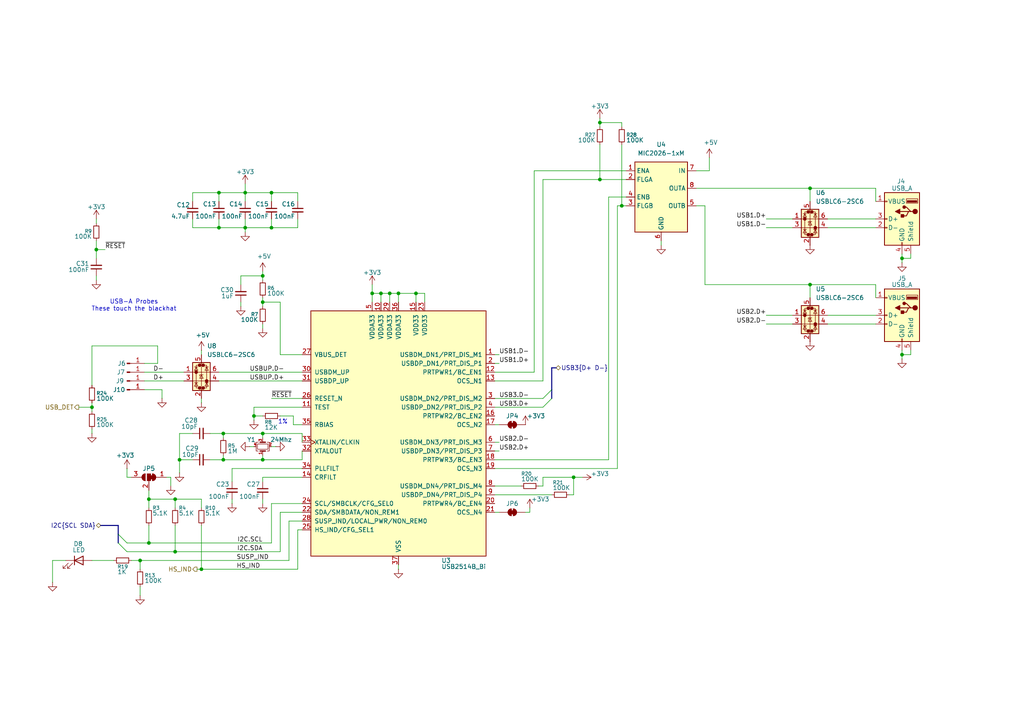
<source format=kicad_sch>
(kicad_sch (version 20250114) (generator "eeschema") (generator_version "9.0")
  (paper "A4")
  (title_block (title "Blackpants") (date "2025-09-18") (rev "R0.1") (company "Rootkit Labs"))
  (lib_symbols
    (symbol "Connector:Conn_01x01_Pin" (pin_names (offset 1.016) (hide yes))
      (property "Reference" "J" (at 0 2.54 0))
      (property "Value" "Conn_01x01_Pin" (at 0 -2.54 0))
      (symbol "Conn_01x01_Pin_1_1"
        (rectangle (start 0.8636 0.127) (end 0 -0.127) (stroke (width 0.1524)) (fill (type outline)))
        (polyline (pts (xy 1.27 0) (xy 0.8636 0)) (stroke (width 0.1524)))
        (pin passive line (at 5.08 0 180) (length 3.81) (name "Pin_1") (number "1"))
      )
    )
    (symbol "Connector:USB_A" (pin_names (offset 1.016))
      (property "Reference" "J" (at -5.08 11.43 0))
      (property "Value" "USB_A" (at -5.08 8.89 0))
      (symbol "USB_A_0_1"
        (rectangle (start -5.08 -7.62) (end 5.08 7.62) (stroke (width 0.254)) (fill (type background)))
        (circle (center -3.81 2.159) (radius 0.635) (stroke (width 0.254)) (fill (type outline)))
        (polyline (pts (xy -3.175 2.159) (xy -2.54 2.159) (xy -1.27 3.429) (xy -0.635 3.429)) (stroke (width 0.254)))
        (polyline (pts (xy -2.54 2.159) (xy -1.905 2.159) (xy -1.27 0.889) (xy 0 0.889)) (stroke (width 0.254)))
        (rectangle (start -1.524 4.826) (end -4.318 5.334) (fill (type outline)))
        (rectangle (start -1.27 4.572) (end -4.572 5.842))
        (circle (center -0.635 3.429) (radius 0.381) (stroke (width 0.254)) (fill (type outline)))
        (rectangle (start -0.127 -7.62) (end 0.127 -6.858))
        (rectangle (start 0.254 1.27) (end -0.508 0.508) (stroke (width 0.254)) (fill (type outline)))
        (polyline (pts (xy 0.635 2.794) (xy 0.635 1.524) (xy 1.905 2.159) (xy 0.635 2.794)) (stroke (width 0.254)) (fill (type outline)))
        (rectangle (start 5.08 4.953) (end 4.318 5.207))
        (rectangle (start 5.08 -0.127) (end 4.318 0.127))
        (rectangle (start 5.08 -2.667) (end 4.318 -2.413))
      )
      (symbol "USB_A_1_1"
        (polyline (pts (xy -1.905 2.159) (xy 0.635 2.159)) (stroke (width 0.254)))
        (pin passive line (at -2.54 -10.16 90) (length 2.54) (name "Shield") (number "5"))
        (pin power_in line (at 0 -10.16 90) (length 2.54) (name "GND") (number "4"))
        (pin power_in line (at 7.62 5.08 180) (length 2.54) (name "VBUS") (number "1"))
        (pin bidirectional line (at 7.62 0 180) (length 2.54) (name "D+") (number "3"))
        (pin bidirectional line (at 7.62 -2.54 180) (length 2.54) (name "D-") (number "2"))
      )
    )
    (symbol "Device:C_Small" (pin_numbers (hide yes)) (pin_names (offset 0.254) (hide yes))
      (property "Reference" "C" (at 0.254 1.778 0))
      (property "Value" "C_Small" (at 0.254 -2.032 0))
      (symbol "C_Small_0_1"
        (polyline (pts (xy -1.524 0.508) (xy 1.524 0.508)) (stroke (width 0.3048)))
        (polyline (pts (xy -1.524 -0.508) (xy 1.524 -0.508)) (stroke (width 0.3302)))
      )
      (symbol "C_Small_1_1"
        (pin passive line (at 0 2.54 270) (length 2.032) (name "~") (number "1"))
        (pin passive line (at 0 -2.54 90) (length 2.032) (name "~") (number "2"))
      )
    )
    (symbol "Device:Crystal_GND24_Small" (pin_names (offset 1.016) (hide yes))
      (property "Reference" "Y" (at 1.27 4.445 0))
      (property "Value" "Crystal_GND24_Small" (at 1.27 2.54 0))
      (symbol "Crystal_GND24_Small_0_1"
        (polyline (pts (xy -1.27 1.27) (xy -1.27 1.905) (xy 1.27 1.905) (xy 1.27 1.27)))
        (polyline (pts (xy -1.27 -0.762) (xy -1.27 0.762)) (stroke (width 0.381)))
        (polyline (pts (xy -1.27 -1.27) (xy -1.27 -1.905) (xy 1.27 -1.905) (xy 1.27 -1.27)))
        (rectangle (start -0.762 -1.524) (end 0.762 1.524))
        (polyline (pts (xy 1.27 -0.762) (xy 1.27 0.762)) (stroke (width 0.381)))
      )
      (symbol "Crystal_GND24_Small_1_1"
        (pin passive line (at -2.54 0 0) (length 1.27) (name "1") (number "1"))
        (pin passive line (at 0 2.54 270) (length 0.635) (name "4") (number "4"))
        (pin passive line (at 0 -2.54 90) (length 0.635) (name "2") (number "2"))
        (pin passive line (at 2.54 0 180) (length 1.27) (name "3") (number "3"))
      )
    )
    (symbol "Device:LED" (pin_numbers (hide yes)) (pin_names (offset 1.016) (hide yes))
      (property "Reference" "D" (at 0 2.54 0))
      (property "Value" "LED" (at 0 -2.54 0))
      (symbol "LED_0_1"
        (polyline (pts (xy -3.048 -0.762) (xy -4.572 -2.286) (xy -3.81 -2.286) (xy -4.572 -2.286) (xy -4.572 -1.524)))
        (polyline (pts (xy -1.778 -0.762) (xy -3.302 -2.286) (xy -2.54 -2.286) (xy -3.302 -2.286) (xy -3.302 -1.524)))
        (polyline (pts (xy -1.27 0) (xy 1.27 0)))
        (polyline (pts (xy -1.27 -1.27) (xy -1.27 1.27)) (stroke (width 0.254)))
        (polyline (pts (xy 1.27 -1.27) (xy 1.27 1.27) (xy -1.27 0) (xy 1.27 -1.27)) (stroke (width 0.254)))
      )
      (symbol "LED_1_1"
        (pin passive line (at -3.81 0 0) (length 2.54) (name "K") (number "1"))
        (pin passive line (at 3.81 0 180) (length 2.54) (name "A") (number "2"))
      )
    )
    (symbol "Device:R_Small" (pin_numbers (hide yes)) (pin_names (offset 0.254) (hide yes))
      (property "Reference" "R" (at 0 0 90))
      (property "Value" "R_Small" (at 1.778 0 90))
      (symbol "R_Small_0_1"
        (rectangle (start -0.762 1.778) (end 0.762 -1.778) (stroke (width 0.2032)))
      )
      (symbol "R_Small_1_1"
        (pin passive line (at 0 2.54 270) (length 0.762) (name "~") (number "1"))
        (pin passive line (at 0 -2.54 90) (length 0.762) (name "~") (number "2"))
      )
    )
    (symbol "Interface_USB:USB2514B_Bi" (pin_names (offset 1.016))
      (property "Reference" "U" (at -17.78 40.64 0))
      (property "Value" "USB2514B_Bi" (at -20.32 38.1 0))
      (symbol "USB2514B_Bi_0_1"
        (rectangle (start -25.4 35.56) (end 25.4 -35.56) (stroke (width 0.254)) (fill (type background)))
      )
      (symbol "USB2514B_Bi_1_1"
        (pin input line (at -27.94 22.86 0) (length 2.54) (name "VBUS_DET") (number "27"))
        (pin bidirectional line (at -27.94 17.78 0) (length 2.54) (name "USBDM_UP") (number "30"))
        (pin bidirectional line (at -27.94 15.24 0) (length 2.54) (name "USBDP_UP") (number "31"))
        (pin input line (at -27.94 10.16 0) (length 2.54) (name "RESET_N") (number "26"))
        (pin input line (at -27.94 7.62 0) (length 2.54) (name "TEST") (number "11"))
        (pin input line (at -27.94 2.54 0) (length 2.54) (name "RBIAS") (number "35"))
        (pin input clock (at -27.94 -2.54 0) (length 2.54) (name "XTALIN/CLKIN") (number "33"))
        (pin output line (at -27.94 -5.08 0) (length 2.54) (name "XTALOUT") (number "32"))
        (pin input line (at -27.94 -10.16 0) (length 2.54) (name "PLLFILT") (number "34"))
        (pin input line (at -27.94 -12.7 0) (length 2.54) (name "CRFILT") (number "14"))
        (pin bidirectional line (at -27.94 -20.32 0) (length 2.54) (name "SCL/SMBCLK/CFG_SEL0") (number "24"))
        (pin bidirectional line (at -27.94 -22.86 0) (length 2.54) (name "SDA/SMBDATA/NON_REM1") (number "22"))
        (pin bidirectional line (at -27.94 -25.4 0) (length 2.54) (name "SUSP_IND/LOCAL_PWR/NON_REM0") (number "28"))
        (pin bidirectional line (at -27.94 -27.94 0) (length 2.54) (name "HS_IND/CFG_SEL1") (number "25"))
        (pin power_in line (at -7.62 38.1 270) (length 2.54) (name "VDDA33") (number "5"))
        (pin power_in line (at -5.08 38.1 270) (length 2.54) (name "VDDA33") (number "10"))
        (pin power_in line (at -2.54 38.1 270) (length 2.54) (name "VDDA33") (number "29"))
        (pin power_in line (at 0 38.1 270) (length 2.54) (name "VDDA33") (number "36"))
        (pin power_in line (at 0 -38.1 90) (length 2.54) (name "VSS") (number "37"))
        (pin power_in line (at 5.08 38.1 270) (length 2.54) (name "VDD33") (number "15"))
        (pin power_in line (at 7.62 38.1 270) (length 2.54) (name "VDD33") (number "23"))
        (pin bidirectional line (at 27.94 22.86 180) (length 2.54) (name "USBDM_DN1/PRT_DIS_M1") (number "1"))
        (pin bidirectional line (at 27.94 20.32 180) (length 2.54) (name "USBDP_DN1/PRT_DIS_P1") (number "2"))
        (pin bidirectional line (at 27.94 17.78 180) (length 2.54) (name "PRTPWR1/BC_EN1") (number "12"))
        (pin input line (at 27.94 15.24 180) (length 2.54) (name "OCS_N1") (number "13"))
        (pin bidirectional line (at 27.94 10.16 180) (length 2.54) (name "USBDM_DN2/PRT_DIS_M2") (number "3"))
        (pin bidirectional line (at 27.94 7.62 180) (length 2.54) (name "USBDP_DN2/PRT_DIS_P2") (number "4"))
        (pin bidirectional line (at 27.94 5.08 180) (length 2.54) (name "PRTPWR2/BC_EN2") (number "16"))
        (pin input line (at 27.94 2.54 180) (length 2.54) (name "OCS_N2") (number "17"))
        (pin bidirectional line (at 27.94 -2.54 180) (length 2.54) (name "USBDM_DN3/PRT_DIS_M3") (number "6"))
        (pin bidirectional line (at 27.94 -5.08 180) (length 2.54) (name "USBDP_DN3/PRT_DIS_P3") (number "7"))
        (pin bidirectional line (at 27.94 -7.62 180) (length 2.54) (name "PRTPWR3/BC_EN3") (number "18"))
        (pin input line (at 27.94 -10.16 180) (length 2.54) (name "OCS_N3") (number "19"))
        (pin bidirectional line (at 27.94 -15.24 180) (length 2.54) (name "USBDM_DN4/PRT_DIS_M4") (number "8"))
        (pin bidirectional line (at 27.94 -17.78 180) (length 2.54) (name "USBDP_DN4/PRT_DIS_P4") (number "9"))
        (pin bidirectional line (at 27.94 -20.32 180) (length 2.54) (name "PRTPWR4/BC_EN4") (number "20"))
        (pin input line (at 27.94 -22.86 180) (length 2.54) (name "OCS_N4") (number "21"))
      )
    )
    (symbol "Jumper:SolderJumper_2_Bridged" (pin_numbers (hide yes)) (pin_names (offset 0) (hide yes)) (in_bom no)
      (property "Reference" "JP" (at 0 2.032 0))
      (property "Value" "SolderJumper_2_Bridged" (at 0 -2.54 0))
      (symbol "SolderJumper_2_Bridged_0_1"
        (rectangle (start -0.508 0.508) (end 0.508 -0.508) (fill (type outline)))
        (polyline (pts (xy -0.254 1.016) (xy -0.254 -1.016)))
        (arc (start -0.254 -1.016) (mid -1.2656 0) (end -0.254 1.016))
        (arc (start -0.254 -1.016) (mid -1.2656 0) (end -0.254 1.016) (fill (type outline)))
        (arc (start 0.254 1.016) (mid 1.2656 0) (end 0.254 -1.016))
        (arc (start 0.254 1.016) (mid 1.2656 0) (end 0.254 -1.016) (fill (type outline)))
        (polyline (pts (xy 0.254 1.016) (xy 0.254 -1.016)))
      )
      (symbol "SolderJumper_2_Bridged_1_1"
        (pin passive line (at -3.81 0 0) (length 2.54) (name "A") (number "1"))
        (pin passive line (at 3.81 0 180) (length 2.54) (name "B") (number "2"))
      )
    )
    (symbol "Jumper:SolderJumper_3_Bridged12" (pin_names (offset 0) (hide yes)) (in_bom no)
      (property "Reference" "JP" (at -2.54 -2.54 0))
      (property "Value" "SolderJumper_3_Bridged12" (at 0 2.794 0))
      (symbol "SolderJumper_3_Bridged12_0_1"
        (polyline (pts (xy -2.54 0) (xy -2.032 0)))
        (polyline (pts (xy -1.016 1.016) (xy -1.016 -1.016)))
        (rectangle (start -1.016 0.508) (end -0.508 -0.508) (fill (type outline)))
        (arc (start -1.016 -1.016) (mid -2.0276 0) (end -1.016 1.016))
        (arc (start -1.016 -1.016) (mid -2.0276 0) (end -1.016 1.016) (fill (type outline)))
        (rectangle (start -0.508 1.016) (end 0.508 -1.016) (fill (type outline)))
        (polyline (pts (xy 0 -1.27) (xy 0 -1.016)))
        (arc (start 1.016 1.016) (mid 2.0276 0) (end 1.016 -1.016))
        (arc (start 1.016 1.016) (mid 2.0276 0) (end 1.016 -1.016) (fill (type outline)))
        (polyline (pts (xy 1.016 1.016) (xy 1.016 -1.016)))
        (polyline (pts (xy 2.54 0) (xy 2.032 0)))
      )
      (symbol "SolderJumper_3_Bridged12_1_1"
        (pin passive line (at -5.08 0 0) (length 2.54) (name "A") (number "1"))
        (pin passive line (at 0 -3.81 90) (length 2.54) (name "C") (number "2"))
        (pin passive line (at 5.08 0 180) (length 2.54) (name "B") (number "3"))
      )
    )
    (symbol "Power_Management:MIC2026-1xM"
      (property "Reference" "U" (at -7.62 11.43 0))
      (property "Value" "MIC2026-1xM" (at 12.7 11.43 0))
      (symbol "MIC2026-1xM_0_1"
        (rectangle (start -7.62 -10.16) (end 7.62 10.16) (stroke (width 0.254)) (fill (type background)))
      )
      (symbol "MIC2026-1xM_1_1"
        (pin input line (at -10.16 7.62 0) (length 2.54) (name "ENA") (number "1"))
        (pin output line (at -10.16 5.08 0) (length 2.54) (name "FLGA") (number "2"))
        (pin input line (at -10.16 0 0) (length 2.54) (name "ENB") (number "4"))
        (pin output line (at -10.16 -2.54 0) (length 2.54) (name "FLGB") (number "3"))
        (pin power_in line (at 0 -12.7 90) (length 2.54) (name "GND") (number "6"))
        (pin power_in line (at 10.16 7.62 180) (length 2.54) (name "IN") (number "7"))
        (pin power_out line (at 10.16 2.54 180) (length 2.54) (name "OUTA") (number "8"))
        (pin power_out line (at 10.16 -2.54 180) (length 2.54) (name "OUTB") (number "5"))
      )
    )
    (symbol "Power_Protection:USBLC6-2SC6" (pin_names (hide yes))
      (property "Reference" "U" (at 0.635 5.715 0))
      (property "Value" "USBLC6-2SC6" (at 0.635 3.81 0))
      (symbol "USBLC6-2SC6_0_0"
        (circle (center -1.524 0) (radius 0.0001) (stroke (width 0.508)))
        (circle (center -0.508 2.032) (radius 0.0001) (stroke (width 0.508)))
        (circle (center -0.508 -4.572) (radius 0.0001) (stroke (width 0.508)))
        (circle (center 0.508 2.032) (radius 0.0001) (stroke (width 0.508)))
        (circle (center 0.508 -4.572) (radius 0.0001) (stroke (width 0.508)))
        (circle (center 1.524 -2.54) (radius 0.0001) (stroke (width 0.508)))
      )
      (symbol "USBLC6-2SC6_0_1"
        (polyline (pts (xy -2.54 0) (xy 2.54 0)))
        (polyline (pts (xy -2.54 -2.54) (xy 2.54 -2.54)))
        (polyline (pts (xy -2.032 0.508) (xy -1.016 0.508) (xy -1.524 1.524) (xy -2.032 0.508)))
        (polyline (pts (xy -2.032 -3.048) (xy -1.016 -3.048)))
        (polyline (pts (xy -1.016 1.524) (xy -2.032 1.524)))
        (polyline (pts (xy -1.016 -4.064) (xy -2.032 -4.064) (xy -1.524 -3.048) (xy -1.016 -4.064)))
        (polyline (pts (xy -0.508 -1.143) (xy -0.508 -0.762) (xy 0.508 -0.762)))
        (polyline (pts (xy 0 2.54) (xy -0.508 2.032) (xy 0.508 2.032) (xy 0 1.524) (xy 0 -4.064) (xy -0.508 -4.572) (xy 0.508 -4.572) (xy 0 -5.08)))
        (polyline (pts (xy 0.508 -1.778) (xy -0.508 -1.778) (xy 0 -0.762) (xy 0.508 -1.778)))
        (polyline (pts (xy 1.016 1.524) (xy 2.032 1.524)))
        (polyline (pts (xy 1.016 -3.048) (xy 2.032 -3.048)))
        (polyline (pts (xy 2.032 0.508) (xy 1.016 0.508) (xy 1.524 1.524) (xy 2.032 0.508)))
        (polyline (pts (xy 2.032 -4.064) (xy 1.016 -4.064) (xy 1.524 -3.048) (xy 2.032 -4.064)))
      )
      (symbol "USBLC6-2SC6_1_1"
        (rectangle (start -2.54 2.794) (end 2.54 -5.334) (stroke (width 0.254)) (fill (type background)))
        (polyline (pts (xy -0.508 2.032) (xy -1.524 2.032) (xy -1.524 -4.572) (xy -0.508 -4.572)))
        (polyline (pts (xy 0.508 -4.572) (xy 1.524 -4.572) (xy 1.524 2.032) (xy 0.508 2.032)))
        (pin passive line (at -5.08 0 0) (length 2.54) (name "I/O1") (number "1"))
        (pin passive line (at -5.08 -2.54 0) (length 2.54) (name "I/O2") (number "3"))
        (pin passive line (at 0 5.08 270) (length 2.54) (name "VBUS") (number "5"))
        (pin passive line (at 0 -7.62 90) (length 2.54) (name "GND") (number "2"))
        (pin passive line (at 5.08 0 180) (length 2.54) (name "I/O1") (number "6"))
        (pin passive line (at 5.08 -2.54 180) (length 2.54) (name "I/O2") (number "4"))
      )
    )
    (symbol "power:+5V" (power) (pin_numbers (hide yes)) (pin_names (offset 0) (hide yes))
      (property "Value" "+5V" (at 0 3.556 0))
      (symbol "+5V_0_1"
        (polyline (pts (xy -0.762 1.27) (xy 0 2.54)))
        (polyline (pts (xy 0 2.54) (xy 0.762 1.27)))
        (polyline (pts (xy 0 0) (xy 0 2.54)))
      )
      (symbol "+5V_1_1"
        (pin power_in line (at 0 0 90) (length 0) (name "~") (number "1"))
      )
    )
    (symbol "power:GND" (power) (pin_numbers (hide yes)) (pin_names (offset 0) (hide yes))
      (property "Value" "GND" (at 0 -3.81 0))
      (symbol "GND_0_1"
        (polyline (pts (xy 0 0) (xy 0 -1.27) (xy 1.27 -1.27) (xy 0 -2.54) (xy -1.27 -1.27) (xy 0 -1.27)))
      )
      (symbol "GND_1_1"
        (pin power_in line (at 0 0 270) (length 0) (name "~") (number "1"))
      )
    )
  )
  (text "USB-A Probes\nThese touch the blackhat" (at 38.862 88.646 0) (effects (font (size 1.27 1.27))))
  (text "1%" (at 82.042 122.428 0) (effects (font (size 1.27 1.27))))
  (junction (at 73.66 120.65))
  (junction (at 234.95 82.55))
  (junction (at 52.07 133.35))
  (junction (at 107.95 85.09))
  (junction (at 63.5 66.04))
  (junction (at 40.64 162.56))
  (junction (at 76.2 80.01))
  (junction (at 64.77 125.73))
  (junction (at 261.62 102.87))
  (junction (at 43.18 157.48))
  (junction (at 166.37 138.43))
  (junction (at 173.99 52.07))
  (junction (at 115.57 85.09))
  (junction (at 78.74 66.04))
  (junction (at 76.2 87.63))
  (junction (at 113.03 85.09))
  (junction (at 26.67 118.11))
  (junction (at 76.2 125.73))
  (junction (at 71.12 55.88))
  (junction (at 120.65 85.09))
  (junction (at 261.62 74.93))
  (junction (at 173.99 35.56))
  (junction (at 234.95 54.61))
  (junction (at 71.12 66.04))
  (junction (at 110.49 85.09))
  (junction (at 50.8 144.78))
  (junction (at 58.42 165.1))
  (junction (at 180.34 59.69))
  (junction (at 64.77 133.35))
  (junction (at 78.74 55.88))
  (junction (at 43.18 144.78))
  (junction (at 27.94 72.39))
  (junction (at 50.8 160.02))
  (junction (at 63.5 55.88))
  (junction (at 76.2 133.35))
  (bus_entry (at 157.48 115.57) (size 2.54 -2.54))
  (bus_entry (at 36.83 157.48) (size -2.54 -2.54))
  (bus_entry (at 36.83 160.02) (size -2.54 -2.54))
  (bus_entry (at 157.48 118.11) (size 2.54 -2.54))
  (wire (pts (xy 52.07 125.73) (xy 52.07 133.35)))
  (wire (pts (xy 46.99 113.03) (xy 46.99 115.57)))
  (wire (pts (xy 63.5 63.5) (xy 63.5 66.04)))
  (wire (pts (xy 234.95 54.61) (xy 254 54.61)))
  (wire (pts (xy 165.1 143.51) (xy 166.37 143.51)))
  (wire (pts (xy 87.63 153.67) (xy 86.36 153.67)))
  (wire (pts (xy 71.12 66.04) (xy 71.12 67.31)))
  (wire (pts (xy 173.99 52.07) (xy 181.61 52.07)))
  (wire (pts (xy 76.2 87.63) (xy 76.2 88.9)))
  (wire (pts (xy 41.91 105.41) (xy 45.72 105.41)))
  (wire (pts (xy 179.07 59.69) (xy 180.34 59.69)))
  (wire (pts (xy 27.94 63.5) (xy 27.94 64.77)))
  (wire (pts (xy 87.63 125.73) (xy 87.63 128.27)))
  (wire (pts (xy 64.77 127) (xy 64.77 125.73)))
  (wire (pts (xy 254 86.36) (xy 254 82.55)))
  (wire (pts (xy 27.94 72.39) (xy 30.48 72.39)))
  (wire (pts (xy 64.77 133.35) (xy 76.2 133.35)))
  (wire (pts (xy 166.37 138.43) (xy 168.91 138.43)))
  (wire (pts (xy 176.53 57.15) (xy 181.61 57.15)))
  (wire (pts (xy 179.07 59.69) (xy 179.07 135.89)))
  (wire (pts (xy 76.2 127) (xy 76.2 125.73)))
  (wire (pts (xy 143.51 102.87) (xy 144.78 102.87)))
  (wire (pts (xy 240.03 93.98) (xy 254 93.98)))
  (wire (pts (xy 71.12 55.88) (xy 78.74 55.88)))
  (wire (pts (xy 234.95 54.61) (xy 234.95 58.42)))
  (wire (pts (xy 191.77 71.12) (xy 191.77 69.85)))
  (wire (pts (xy 58.42 116.84) (xy 58.42 115.57)))
  (wire (pts (xy 78.74 157.48) (xy 78.74 146.05)))
  (wire (pts (xy 234.95 82.55) (xy 234.95 86.36)))
  (wire (pts (xy 87.63 102.87) (xy 81.28 102.87)))
  (wire (pts (xy 157.48 110.49) (xy 157.48 52.07)))
  (bus (pts (xy 34.29 157.48) (xy 34.29 154.94)))
  (wire (pts (xy 264.16 74.93) (xy 264.16 73.66)))
  (wire (pts (xy 43.18 142.24) (xy 43.18 144.78)))
  (wire (pts (xy 166.37 138.43) (xy 166.37 143.51)))
  (wire (pts (xy 63.5 66.04) (xy 71.12 66.04)))
  (wire (pts (xy 55.88 125.73) (xy 52.07 125.73)))
  (wire (pts (xy 36.83 157.48) (xy 43.18 157.48)))
  (wire (pts (xy 63.5 110.49) (xy 87.63 110.49)))
  (wire (pts (xy 15.24 162.56) (xy 15.24 168.91)))
  (wire (pts (xy 41.91 113.03) (xy 46.99 113.03)))
  (wire (pts (xy 52.07 133.35) (xy 55.88 133.35)))
  (wire (pts (xy 261.62 76.2) (xy 261.62 74.93)))
  (wire (pts (xy 201.93 49.53) (xy 205.74 49.53)))
  (wire (pts (xy 38.1 162.56) (xy 40.64 162.56)))
  (wire (pts (xy 60.96 125.73) (xy 64.77 125.73)))
  (wire (pts (xy 76.2 78.74) (xy 76.2 80.01)))
  (wire (pts (xy 76.2 138.43) (xy 76.2 139.7)))
  (wire (pts (xy 157.48 138.43) (xy 157.48 140.97)))
  (wire (pts (xy 58.42 101.6) (xy 58.42 102.87)))
  (wire (pts (xy 173.99 35.56) (xy 173.99 36.83)))
  (wire (pts (xy 58.42 165.1) (xy 86.36 165.1)))
  (wire (pts (xy 41.91 110.49) (xy 53.34 110.49)))
  (wire (pts (xy 67.31 135.89) (xy 87.63 135.89)))
  (wire (pts (xy 76.2 133.35) (xy 76.2 132.08)))
  (wire (pts (xy 40.64 162.56) (xy 83.82 162.56)))
  (wire (pts (xy 115.57 85.09) (xy 120.65 85.09)))
  (bus (pts (xy 161.29 106.68) (xy 160.02 106.68)))
  (wire (pts (xy 78.74 146.05) (xy 87.63 146.05)))
  (wire (pts (xy 87.63 151.13) (xy 83.82 151.13)))
  (wire (pts (xy 26.67 125.73) (xy 26.67 124.46)))
  (wire (pts (xy 154.94 107.95) (xy 154.94 49.53)))
  (wire (pts (xy 78.74 66.04) (xy 78.74 63.5)))
  (wire (pts (xy 78.74 55.88) (xy 78.74 58.42)))
  (wire (pts (xy 143.51 107.95) (xy 154.94 107.95)))
  (wire (pts (xy 69.85 80.01) (xy 76.2 80.01)))
  (wire (pts (xy 73.66 129.54) (xy 72.39 129.54)))
  (wire (pts (xy 45.72 100.33) (xy 45.72 105.41)))
  (wire (pts (xy 43.18 144.78) (xy 43.18 147.32)))
  (bus (pts (xy 34.29 154.94) (xy 34.29 152.4)))
  (wire (pts (xy 143.51 130.81) (xy 144.78 130.81)))
  (wire (pts (xy 154.94 49.53) (xy 181.61 49.53)))
  (wire (pts (xy 240.03 91.44) (xy 254 91.44)))
  (wire (pts (xy 143.51 140.97) (xy 151.13 140.97)))
  (wire (pts (xy 57.15 165.1) (xy 58.42 165.1)))
  (wire (pts (xy 67.31 139.7) (xy 67.31 135.89)))
  (wire (pts (xy 43.18 152.4) (xy 43.18 157.48)))
  (wire (pts (xy 157.48 138.43) (xy 166.37 138.43)))
  (wire (pts (xy 81.28 87.63) (xy 81.28 102.87)))
  (wire (pts (xy 50.8 144.78) (xy 58.42 144.78)))
  (wire (pts (xy 76.2 138.43) (xy 87.63 138.43)))
  (wire (pts (xy 205.74 49.53) (xy 205.74 45.72)))
  (wire (pts (xy 76.2 86.36) (xy 76.2 87.63)))
  (wire (pts (xy 78.74 55.88) (xy 86.36 55.88)))
  (wire (pts (xy 201.93 54.61) (xy 234.95 54.61)))
  (wire (pts (xy 78.74 115.57) (xy 87.63 115.57)))
  (wire (pts (xy 27.94 69.85) (xy 27.94 72.39)))
  (wire (pts (xy 71.12 55.88) (xy 71.12 58.42)))
  (wire (pts (xy 50.8 152.4) (xy 50.8 160.02)))
  (wire (pts (xy 26.67 118.11) (xy 26.67 119.38)))
  (wire (pts (xy 71.12 53.34) (xy 71.12 55.88)))
  (wire (pts (xy 143.51 135.89) (xy 179.07 135.89)))
  (wire (pts (xy 222.25 91.44) (xy 229.87 91.44)))
  (wire (pts (xy 143.51 105.41) (xy 144.78 105.41)))
  (wire (pts (xy 76.2 87.63) (xy 81.28 87.63)))
  (wire (pts (xy 27.94 81.28) (xy 27.94 80.01)))
  (wire (pts (xy 173.99 34.29) (xy 173.99 35.56)))
  (wire (pts (xy 22.86 118.11) (xy 26.67 118.11)))
  (wire (pts (xy 73.66 121.92) (xy 73.66 120.65)))
  (wire (pts (xy 41.91 107.95) (xy 53.34 107.95)))
  (wire (pts (xy 222.25 63.5) (xy 229.87 63.5)))
  (wire (pts (xy 110.49 87.63) (xy 110.49 85.09)))
  (wire (pts (xy 36.83 160.02) (xy 50.8 160.02)))
  (wire (pts (xy 78.74 129.54) (xy 80.01 129.54)))
  (wire (pts (xy 26.67 100.33) (xy 45.72 100.33)))
  (wire (pts (xy 153.67 148.59) (xy 152.4 148.59)))
  (wire (pts (xy 76.2 120.65) (xy 73.66 120.65)))
  (wire (pts (xy 173.99 41.91) (xy 173.99 52.07)))
  (wire (pts (xy 63.5 55.88) (xy 71.12 55.88)))
  (wire (pts (xy 123.19 85.09) (xy 120.65 85.09)))
  (wire (pts (xy 40.64 172.72) (xy 40.64 170.18)))
  (wire (pts (xy 38.1 138.43) (xy 36.83 138.43)))
  (wire (pts (xy 43.18 157.48) (xy 78.74 157.48)))
  (wire (pts (xy 50.8 144.78) (xy 50.8 147.32)))
  (wire (pts (xy 63.5 66.04) (xy 55.88 66.04)))
  (wire (pts (xy 113.03 87.63) (xy 113.03 85.09)))
  (wire (pts (xy 123.19 87.63) (xy 123.19 85.09)))
  (wire (pts (xy 76.2 80.01) (xy 76.2 81.28)))
  (wire (pts (xy 63.5 107.95) (xy 87.63 107.95)))
  (wire (pts (xy 43.18 144.78) (xy 50.8 144.78)))
  (wire (pts (xy 83.82 151.13) (xy 83.82 162.56)))
  (wire (pts (xy 261.62 74.93) (xy 264.16 74.93)))
  (wire (pts (xy 71.12 66.04) (xy 78.74 66.04)))
  (wire (pts (xy 78.74 66.04) (xy 86.36 66.04)))
  (wire (pts (xy 26.67 100.33) (xy 26.67 111.76)))
  (wire (pts (xy 69.85 82.55) (xy 69.85 80.01)))
  (wire (pts (xy 143.51 143.51) (xy 160.02 143.51)))
  (wire (pts (xy 73.66 118.11) (xy 73.66 120.65)))
  (wire (pts (xy 107.95 82.55) (xy 107.95 85.09)))
  (wire (pts (xy 143.51 115.57) (xy 157.48 115.57)))
  (wire (pts (xy 120.65 87.63) (xy 120.65 85.09)))
  (wire (pts (xy 64.77 125.73) (xy 76.2 125.73)))
  (wire (pts (xy 76.2 146.05) (xy 76.2 144.78)))
  (wire (pts (xy 86.36 66.04) (xy 86.36 63.5)))
  (wire (pts (xy 222.25 93.98) (xy 229.87 93.98)))
  (wire (pts (xy 261.62 104.14) (xy 261.62 102.87)))
  (wire (pts (xy 156.21 140.97) (xy 157.48 140.97)))
  (wire (pts (xy 85.09 123.19) (xy 87.63 123.19)))
  (wire (pts (xy 107.95 85.09) (xy 107.95 87.63)))
  (wire (pts (xy 55.88 55.88) (xy 63.5 55.88)))
  (wire (pts (xy 81.28 148.59) (xy 87.63 148.59)))
  (wire (pts (xy 87.63 130.81) (xy 87.63 133.35)))
  (wire (pts (xy 201.93 59.69) (xy 204.47 59.69)))
  (wire (pts (xy 180.34 59.69) (xy 181.61 59.69)))
  (wire (pts (xy 143.51 118.11) (xy 157.48 118.11)))
  (wire (pts (xy 87.63 118.11) (xy 73.66 118.11)))
  (wire (pts (xy 153.67 147.32) (xy 153.67 148.59)))
  (wire (pts (xy 115.57 165.1) (xy 115.57 163.83)))
  (wire (pts (xy 264.16 102.87) (xy 264.16 101.6)))
  (wire (pts (xy 143.51 133.35) (xy 176.53 133.35)))
  (wire (pts (xy 110.49 85.09) (xy 107.95 85.09)))
  (wire (pts (xy 27.94 72.39) (xy 27.94 74.93)))
  (wire (pts (xy 254 58.42) (xy 254 54.61)))
  (wire (pts (xy 40.64 162.56) (xy 40.64 165.1)))
  (wire (pts (xy 240.03 63.5) (xy 254 63.5)))
  (wire (pts (xy 204.47 82.55) (xy 234.95 82.55)))
  (wire (pts (xy 180.34 35.56) (xy 173.99 35.56)))
  (wire (pts (xy 36.83 135.89) (xy 36.83 138.43)))
  (wire (pts (xy 49.53 138.43) (xy 49.53 140.97)))
  (wire (pts (xy 55.88 58.42) (xy 55.88 55.88)))
  (wire (pts (xy 26.67 162.56) (xy 33.02 162.56)))
  (wire (pts (xy 67.31 146.05) (xy 67.31 144.78)))
  (bus (pts (xy 160.02 106.68) (xy 160.02 113.03)))
  (bus (pts (xy 160.02 115.57) (xy 160.02 113.03)))
  (wire (pts (xy 58.42 152.4) (xy 58.42 165.1)))
  (wire (pts (xy 143.51 128.27) (xy 144.78 128.27)))
  (wire (pts (xy 113.03 85.09) (xy 110.49 85.09)))
  (wire (pts (xy 115.57 87.63) (xy 115.57 85.09)))
  (wire (pts (xy 261.62 74.93) (xy 261.62 73.66)))
  (wire (pts (xy 60.96 133.35) (xy 64.77 133.35)))
  (bus (pts (xy 29.21 152.4) (xy 34.29 152.4)))
  (wire (pts (xy 19.05 162.56) (xy 15.24 162.56)))
  (wire (pts (xy 63.5 55.88) (xy 63.5 58.42)))
  (wire (pts (xy 69.85 88.9) (xy 69.85 87.63)))
  (wire (pts (xy 261.62 102.87) (xy 261.62 101.6)))
  (wire (pts (xy 76.2 95.25) (xy 76.2 93.98)))
  (wire (pts (xy 157.48 52.07) (xy 173.99 52.07)))
  (wire (pts (xy 86.36 55.88) (xy 86.36 58.42)))
  (wire (pts (xy 86.36 153.67) (xy 86.36 165.1)))
  (wire (pts (xy 81.28 160.02) (xy 81.28 148.59)))
  (wire (pts (xy 71.12 63.5) (xy 71.12 66.04)))
  (wire (pts (xy 222.25 66.04) (xy 229.87 66.04)))
  (wire (pts (xy 144.78 123.19) (xy 143.51 123.19)))
  (wire (pts (xy 234.95 82.55) (xy 254 82.55)))
  (wire (pts (xy 143.51 110.49) (xy 157.48 110.49)))
  (wire (pts (xy 144.78 148.59) (xy 143.51 148.59)))
  (wire (pts (xy 85.09 120.65) (xy 85.09 123.19)))
  (wire (pts (xy 204.47 59.69) (xy 204.47 82.55)))
  (wire (pts (xy 87.63 133.35) (xy 76.2 133.35)))
  (wire (pts (xy 49.53 138.43) (xy 48.26 138.43)))
  (wire (pts (xy 176.53 57.15) (xy 176.53 133.35)))
  (wire (pts (xy 240.03 66.04) (xy 254 66.04)))
  (wire (pts (xy 261.62 102.87) (xy 264.16 102.87)))
  (wire (pts (xy 58.42 144.78) (xy 58.42 147.32)))
  (wire (pts (xy 180.34 36.83) (xy 180.34 35.56)))
  (wire (pts (xy 180.34 41.91) (xy 180.34 59.69)))
  (wire (pts (xy 115.57 85.09) (xy 113.03 85.09)))
  (wire (pts (xy 76.2 125.73) (xy 87.63 125.73)))
  (wire (pts (xy 26.67 116.84) (xy 26.67 118.11)))
  (wire (pts (xy 50.8 160.02) (xy 81.28 160.02)))
  (wire (pts (xy 55.88 66.04) (xy 55.88 63.5)))
  (wire (pts (xy 52.07 133.35) (xy 52.07 137.16)))
  (wire (pts (xy 81.28 120.65) (xy 85.09 120.65)))
  (wire (pts (xy 64.77 132.08) (xy 64.77 133.35)))
  (label "USBUP.D-" (at 72.39 107.95 0))
  (label "USB1.D-" (at 144.78 102.87 0))
  (label "USB1.D+" (at 144.78 105.41 0))
  (label "HS_IND" (at 68.58 165.1 0))
  (label "D-" (at 44.45 107.95 0))
  (label "USB2.D+" (at 222.25 91.44 180))
  (label "I2C.SDA" (at 76.2 160.02 180))
  (label "USB2.D-" (at 222.25 93.98 180))
  (label "USB3.D-" (at 144.78 115.57 0))
  (label "I2C.SCL" (at 76.2 157.48 180))
  (label "USB2.D-" (at 144.78 128.27 0))
  (label "SUSP_IND" (at 68.58 162.56 0))
  (label "USB1.D-" (at 222.25 66.04 180))
  (label "~{RESET}" (at 30.48 72.39 0))
  (label "USB2.D+" (at 144.78 130.81 0))
  (label "USB3.D+" (at 144.78 118.11 0))
  (label "D+" (at 44.45 110.49 0))
  (label "USBUP.D+" (at 72.39 110.49 0))
  (label "~{RESET}" (at 78.74 115.57 0))
  (label "USB1.D+" (at 222.25 63.5 180))
  (hierarchical_label "USB3{D+ D-}" (shape bidirectional) (at 161.29 106.68 0))
  (hierarchical_label "USB_DET" (shape output) (at 22.86 118.11 180))
  (hierarchical_label "I2C{SCL SDA}" (shape bidirectional) (at 29.21 152.4 180))
  (hierarchical_label "HS_IND" (shape output) (at 57.15 165.1 180))
  (symbol (lib_id "Device:R_Small") (at 26.67 121.92 0) (unit 1)
    (property "Reference" "R25" (at 27.94 121.666 0) (effects (font (size 1.016 1.016)) (justify left)))
    (property "Value" "100K" (at 27.94 123.19 0) (effects (justify left)))
    (property "Footprint" "Resistor_SMD:R_0402_1005Metric" (effects (hide yes)))
    (property "Description" "Resistor, small symbol" (effects (hide yes)))
    (property "MPN" "RC0402FR-13100KL" (effects (hide yes)))
  )
  (symbol (lib_id "Device:R_Small") (at 180.34 39.37 0) (unit 1)
    (property "Reference" "R28" (at 181.61 39.116 0) (effects (font (size 1.016 1.016)) (justify left)))
    (property "Value" "100K" (at 181.61 40.64 0) (effects (justify left)))
    (property "Footprint" "Resistor_SMD:R_0402_1005Metric" (effects (hide yes)))
    (property "Description" "Resistor, small symbol" (effects (hide yes)))
    (property "MPN" "RC0402FR-13100KL" (effects (hide yes)))
  )
  (symbol (lib_id "Device:R_Small") (at 40.64 167.64 0) (unit 1)
    (property "Reference" "R13" (at 41.91 166.878 0) (effects (font (size 1.016 1.016)) (justify left)))
    (property "Value" "100K" (at 41.91 168.402 0) (effects (justify left)))
    (property "Footprint" "Resistor_SMD:R_0402_1005Metric" (effects (hide yes)))
    (property "Description" "Resistor, small symbol" (effects (hide yes)))
    (property "MPN" "RC0402FR-13100KL" (effects (hide yes)))
  )
  (symbol (lib_id "power:GND") (at 40.64 172.72 0) (mirror y) (unit 1)
    (property "Reference" "#PWR060" (effects (hide yes)))
    (property "Value" "GND" (effects (hide yes)))
    (property "Description" "Power symbol creates a global label with name \"GND\" , ground" (effects (hide yes)))
  )
  (symbol (lib_id "power:+5V") (at 107.95 82.55 0) (unit 1)
    (property "Reference" "#PWR041" (effects (hide yes)))
    (property "Value" "+3V3" (at 107.95 79.0481 0))
  )
  (symbol (lib_id "power:GND") (at 76.2 95.25 0) (unit 1)
    (property "Reference" "#PWR046" (effects (hide yes)))
    (property "Value" "GND" (effects (hide yes)))
    (property "Description" "Power symbol creates a global label with name \"GND\" , ground" (effects (hide yes)))
  )
  (symbol (lib_id "Connector:Conn_01x01_Pin") (at 36.83 113.03 0) (mirror x) (unit 1)
    (property "Reference" "J10" (at 34.544 113.03 0))
    (property "Value" "Conn_01x01_Pin" (effects (hide yes)))
    (property "Footprint" "blackpants:1871059-1" (effects (hide yes)))
    (property "Description" "Generic connector, single row, 01x01, script generated" (effects (hide yes)))
    (property "MPN" "1871059-1" (effects (hide yes)))
  )
  (symbol (lib_id "power:GND") (at 15.24 168.91 0) (unit 1)
    (property "Reference" "#PWR059" (effects (hide yes)))
    (property "Value" "GND" (effects (hide yes)))
    (property "Description" "Power symbol creates a global label with name \"GND\" , ground" (effects (hide yes)))
  )
  (symbol (lib_id "power:GND") (at 71.12 67.31 0) (unit 1)
    (property "Reference" "#PWR040" (effects (hide yes)))
    (property "Value" "GND" (effects (hide yes)))
    (property "Description" "Power symbol creates a global label with name \"GND\" , ground" (effects (hide yes)))
  )
  (symbol (lib_id "power:GND") (at 49.53 140.97 0) (mirror y) (unit 1)
    (property "Reference" "#PWR061" (effects (hide yes)))
    (property "Value" "GND" (effects (hide yes)))
    (property "Description" "Power symbol creates a global label with name \"GND\" , ground" (effects (hide yes)))
  )
  (symbol (lib_id "power:GND") (at 234.95 71.12 0) (unit 1)
    (property "Reference" "#PWR028" (effects (hide yes)))
    (property "Value" "GND" (effects (hide yes)))
    (property "Description" "Power symbol creates a global label with name \"GND\" , ground" (effects (hide yes)))
  )
  (symbol (lib_id "Device:C_Small") (at 63.5 60.96 0) (mirror y) (unit 1)
    (property "Reference" "C13" (at 62.738 59.182 0) (effects (justify left)))
    (property "Value" "100nF" (at 62.738 62.738 0) (effects (justify left)))
    (property "Footprint" "Capacitor_SMD:C_0402_1005Metric" (effects (hide yes)))
    (property "Description" "Unpolarized capacitor, small symbol" (effects (hide yes)))
    (property "MPN" "CL05B104KB54PNC" (effects (hide yes)))
  )
  (symbol (lib_id "Device:C_Small") (at 58.42 125.73 90) (unit 1)
    (property "Reference" "C28" (at 57.404 121.92 90) (effects (justify left)))
    (property "Value" "10pF" (at 57.404 123.698 90) (effects (justify left)))
    (property "Footprint" "Capacitor_SMD:C_0402_1005Metric" (effects (hide yes)))
    (property "Description" "Unpolarized capacitor, small symbol" (effects (hide yes)))
    (property "MPN" "GRM1555C1H100FA01D" (effects (hide yes)))
  )
  (symbol (lib_id "Device:C_Small") (at 27.94 77.47 180) (unit 1)
    (property "Reference" "C31" (at 25.908 76.454 0) (effects (justify left)))
    (property "Value" "100nF" (at 25.908 78.232 0) (effects (justify left)))
    (property "Footprint" "Capacitor_SMD:C_0402_1005Metric" (effects (hide yes)))
    (property "Description" "Unpolarized capacitor, small symbol" (effects (hide yes)))
    (property "MPN" "CL05B104KB54PNC" (effects (hide yes)))
  )
  (symbol (lib_id "power:GND") (at 67.31 146.05 0) (unit 1)
    (property "Reference" "#PWR042" (effects (hide yes)))
    (property "Value" "GND" (effects (hide yes)))
    (property "Description" "Power symbol creates a global label with name \"GND\" , ground" (effects (hide yes)))
  )
  (symbol (lib_id "power:+5V") (at 71.12 53.34 0) (unit 1)
    (property "Reference" "#PWR039" (effects (hide yes)))
    (property "Value" "+3V3" (at 71.12 49.8381 0))
  )
  (symbol (lib_id "Jumper:SolderJumper_3_Bridged12") (at 43.18 138.43 0) (mirror y) (unit 1) (in_bom no)
    (property "Reference" "JP5" (at 43.18 135.89 0))
    (property "Value" "SolderJumper_3_Bridged12" (effects (hide yes)))
    (property "Footprint" "Jumper:SolderJumper-3_P1.3mm_Bridged2Bar12_RoundedPad1.0x1.5mm" (effects (hide yes)))
    (property "Description" "3-pole Solder Jumper, pins 1+2 closed/bridged" (effects (hide yes)))
  )
  (symbol (lib_id "Device:R_Small") (at 173.99 39.37 0) (mirror y) (unit 1)
    (property "Reference" "R27" (at 172.72 39.116 0) (effects (font (size 1.016 1.016)) (justify left)))
    (property "Value" "100K" (at 172.72 40.64 0) (effects (justify left)))
    (property "Footprint" "Resistor_SMD:R_0402_1005Metric" (effects (hide yes)))
    (property "Description" "Resistor, small symbol" (effects (hide yes)))
    (property "MPN" "RC0402FR-13100KL" (effects (hide yes)))
  )
  (symbol (lib_id "Device:C_Small") (at 58.42 133.35 90) (unit 1)
    (property "Reference" "C29" (at 57.658 130.048 90) (effects (justify left)))
    (property "Value" "10pF" (at 57.658 131.826 90) (effects (justify left)))
    (property "Footprint" "Capacitor_SMD:C_0402_1005Metric" (effects (hide yes)))
    (property "Description" "Unpolarized capacitor, small symbol" (effects (hide yes)))
    (property "MPN" "GRM1555C1H100FA01D" (effects (hide yes)))
  )
  (symbol (lib_id "Device:C_Small") (at 67.31 142.24 0) (mirror y) (unit 1)
    (property "Reference" "C23" (at 66.548 140.462 0) (effects (justify left)))
    (property "Value" "100nF" (at 66.548 144.018 0) (effects (justify left)))
    (property "Footprint" "Capacitor_SMD:C_0402_1005Metric" (effects (hide yes)))
    (property "Description" "Unpolarized capacitor, small symbol" (effects (hide yes)))
    (property "MPN" "CL05B104KB54PNC" (effects (hide yes)))
  )
  (symbol (lib_id "Connector:USB_A") (at 261.62 91.44 0) (mirror y) (unit 1)
    (property "Reference" "J5" (at 261.62 80.772 0))
    (property "Value" "USB_A" (at 261.62 82.55 0))
    (property "Footprint" "Connector_USB:USB_A_Receptacle_GCT_1" (effects (hide yes)))
    (property "Description" "USB Type A connector" (effects (hide yes)))
    (property "MPN" "USB1046-GF-0190-L-B-A" (effects (hide yes)))
  )
  (symbol (lib_id "Device:LED") (at 22.86 162.56 0) (unit 1)
    (property "Reference" "D8" (at 22.6695 157.734 0))
    (property "Value" "LED" (at 22.86 159.512 0))
    (property "Footprint" "LED_SMD:LED_0603_1608Metric" (effects (hide yes)))
    (property "Description" "Light emitting diode" (effects (hide yes)))
    (property "MPN" "KT-0603R" (effects (hide yes)))
  )
  (symbol (lib_id "power:+5V") (at 36.83 135.89 0) (unit 1)
    (property "Reference" "#PWR038" (effects (hide yes)))
    (property "Value" "+3V3" (at 36.322 132.08 0))
  )
  (symbol (lib_id "Power_Management:MIC2026-1xM") (at 191.77 57.15 0) (unit 1)
    (property "Reference" "U4" (at 191.77 41.91 0))
    (property "Value" "MIC2026-1xM" (at 191.77 44.45 0))
    (property "Footprint" "Package_SO:SOIC-8_3.9x4.9mm_P1.27mm" (effects (hide yes)))
    (property "Datasheet" "https://ww1.microchip.com/downloads/aemDocuments/documents/APID/ProductDocuments/DataSheets/MIC2026-MIC2076-Dual-Channel-Power-Distribution-Switch-DS20006443A.pdf" (effects (hide yes)))
    (property "Description" "Dual-channel, high side, power distribution switch, 2.7V-5.5V, Active High Output, SOIC-8" (effects (hide yes)))
    (property "MPN" "MIC2026-1YM-TR" (effects (hide yes)))
  )
  (symbol (lib_id "power:GND") (at 191.77 71.12 0) (unit 1)
    (property "Reference" "#PWR031" (effects (hide yes)))
    (property "Value" "GND" (effects (hide yes)))
    (property "Description" "Power symbol creates a global label with name \"GND\" , ground" (effects (hide yes)))
  )
  (symbol (lib_id "Connector:Conn_01x01_Pin") (at 36.83 107.95 0) (mirror x) (unit 1)
    (property "Reference" "J7" (at 35.052 107.95 0))
    (property "Value" "Conn_01x01_Pin" (effects (hide yes)))
    (property "Footprint" "blackpants:1871059-1" (effects (hide yes)))
    (property "Description" "Generic connector, single row, 01x01, script generated" (effects (hide yes)))
    (property "MPN" "1871059-1" (effects (hide yes)))
  )
  (symbol (lib_id "Power_Protection:USBLC6-2SC6") (at 234.95 63.5 0) (unit 1)
    (property "Reference" "U6" (at 236.6011 55.88 0) (effects (justify left)))
    (property "Value" "USBLC6-2SC6" (at 236.6011 58.42 0) (effects (justify left)))
    (property "Footprint" "Package_TO_SOT_SMD:SOT-23-6" (effects (hide yes)))
    (property "Datasheet" "https://www.st.com/resource/en/datasheet/usblc6-2.pdf" (effects (hide yes)))
    (property "Description" "Very low capacitance ESD protection diode, 2 data-line, SOT-23-6" (effects (hide yes)))
    (property "MPN" "USBLC6-2SC6" (effects (hide yes)))
  )
  (symbol (lib_id "Device:R_Small") (at 153.67 140.97 90) (unit 1)
    (property "Reference" "R20" (at 151.13 137.414 90) (effects (font (size 1.016 1.016)) (justify right)))
    (property "Value" "100K" (at 151.13 138.938 90) (effects (justify right)))
    (property "Footprint" "Resistor_SMD:R_0402_1005Metric" (effects (hide yes)))
    (property "Description" "Resistor, small symbol" (effects (hide yes)))
    (property "MPN" "RC0402FR-13100KL" (effects (hide yes)))
  )
  (symbol (lib_id "Device:C_Small") (at 71.12 60.96 0) (mirror y) (unit 1)
    (property "Reference" "C14" (at 70.358 59.182 0) (effects (justify left)))
    (property "Value" "100nF" (at 70.358 62.738 0) (effects (justify left)))
    (property "Footprint" "Capacitor_SMD:C_0402_1005Metric" (effects (hide yes)))
    (property "Description" "Unpolarized capacitor, small symbol" (effects (hide yes)))
    (property "MPN" "CL05B104KB54PNC" (effects (hide yes)))
  )
  (symbol (lib_id "Device:R_Small") (at 26.67 114.3 0) (unit 1)
    (property "Reference" "R24" (at 27.94 114.046 0) (effects (font (size 1.016 1.016)) (justify left)))
    (property "Value" "100K" (at 27.94 115.57 0) (effects (justify left)))
    (property "Footprint" "Resistor_SMD:R_0402_1005Metric" (effects (hide yes)))
    (property "Description" "Resistor, small symbol" (effects (hide yes)))
    (property "MPN" "RC0402FR-13100KL" (effects (hide yes)))
  )
  (symbol (lib_id "Device:R_Small") (at 58.42 149.86 0) (unit 1)
    (property "Reference" "R10" (at 59.436 147.32 0) (effects (font (size 1.016 1.016)) (justify left)))
    (property "Value" "5.1K" (at 59.436 148.8441 0) (effects (justify left)))
    (property "Footprint" "Resistor_SMD:R_0402_1005Metric" (effects (hide yes)))
    (property "Description" "Resistor, small symbol" (effects (hide yes)))
    (property "MPN" "RC0402FR-135K1L" (effects (hide yes)))
  )
  (symbol (lib_id "Device:R_Small") (at 76.2 83.82 0) (unit 1)
    (property "Reference" "R6" (at 77.47 83.566 0) (effects (font (size 1.016 1.016)) (justify left)))
    (property "Value" "100K" (at 77.47 85.09 0) (effects (justify left)))
    (property "Footprint" "Resistor_SMD:R_0402_1005Metric" (effects (hide yes)))
    (property "Description" "Resistor, small symbol" (effects (hide yes)))
    (property "MPN" "RC0402FR-13100KL" (effects (hide yes)))
  )
  (symbol (lib_id "Power_Protection:USBLC6-2SC6") (at 234.95 91.44 0) (unit 1)
    (property "Reference" "U5" (at 236.6011 83.82 0) (effects (justify left)))
    (property "Value" "USBLC6-2SC6" (at 236.6011 86.36 0) (effects (justify left)))
    (property "Footprint" "Package_TO_SOT_SMD:SOT-23-6" (effects (hide yes)))
    (property "Datasheet" "https://www.st.com/resource/en/datasheet/usblc6-2.pdf" (effects (hide yes)))
    (property "Description" "Very low capacitance ESD protection diode, 2 data-line, SOT-23-6" (effects (hide yes)))
    (property "MPN" "USBLC6-2SC6" (effects (hide yes)))
  )
  (symbol (lib_id "Connector:Conn_01x01_Pin") (at 36.83 105.41 0) (mirror x) (unit 1)
    (property "Reference" "J6" (at 35.306 105.41 0))
    (property "Value" "Conn_01x01_Pin" (effects (hide yes)))
    (property "Footprint" "blackpants:1871059-1" (effects (hide yes)))
    (property "Description" "Generic connector, single row, 01x01, script generated" (effects (hide yes)))
    (property "MPN" "1871059-1" (effects (hide yes)))
  )
  (symbol (lib_id "Device:C_Small") (at 76.2 142.24 0) (mirror y) (unit 1)
    (property "Reference" "C27" (at 75.438 140.462 0) (effects (justify left)))
    (property "Value" "100nF" (at 75.438 144.018 0) (effects (justify left)))
    (property "Footprint" "Capacitor_SMD:C_0402_1005Metric" (effects (hide yes)))
    (property "Description" "Unpolarized capacitor, small symbol" (effects (hide yes)))
    (property "MPN" "CL05B104KB54PNC" (effects (hide yes)))
  )
  (symbol (lib_id "power:+5V") (at 168.91 138.43 270) (unit 1)
    (property "Reference" "#PWR063" (effects (hide yes)))
    (property "Value" "+3V3" (at 173.99 137.414 90))
  )
  (symbol (lib_id "power:GND") (at 58.42 116.84 0) (unit 1)
    (property "Reference" "#PWR037" (effects (hide yes)))
    (property "Value" "GND" (effects (hide yes)))
    (property "Description" "Power symbol creates a global label with name \"GND\" , ground" (effects (hide yes)))
  )
  (symbol (lib_id "power:GND") (at 26.67 125.73 0) (unit 1)
    (property "Reference" "#PWR079" (effects (hide yes)))
    (property "Value" "GND" (effects (hide yes)))
    (property "Description" "Power symbol creates a global label with name \"GND\" , ground" (effects (hide yes)))
  )
  (symbol (lib_id "Connector:USB_A") (at 261.62 63.5 0) (mirror y) (unit 1)
    (property "Reference" "J4" (at 261.366 52.578 0))
    (property "Value" "USB_A" (at 261.62 54.61 0))
    (property "Footprint" "Connector_USB:USB_A_Receptacle_GCT_1" (effects (hide yes)))
    (property "Description" "USB Type A connector" (effects (hide yes)))
    (property "MPN" "USB1046-GF-0190-L-B-A" (effects (hide yes)))
  )
  (symbol (lib_id "power:GND") (at 46.99 115.57 0) (unit 1)
    (property "Reference" "#PWR035" (effects (hide yes)))
    (property "Value" "GND" (effects (hide yes)))
    (property "Description" "Power symbol creates a global label with name \"GND\" , ground" (effects (hide yes)))
  )
  (symbol (lib_id "power:+5V") (at 173.99 34.29 0) (unit 1)
    (property "Reference" "#PWR081" (effects (hide yes)))
    (property "Value" "+3V3" (at 173.99 30.7881 0))
  )
  (symbol (lib_id "power:GND") (at 115.57 165.1 0) (unit 1)
    (property "Reference" "#PWR032" (effects (hide yes)))
    (property "Value" "GND" (effects (hide yes)))
    (property "Description" "Power symbol creates a global label with name \"GND\" , ground" (effects (hide yes)))
  )
  (symbol (lib_id "Device:R_Small") (at 35.56 162.56 90) (mirror x) (unit 1)
    (property "Reference" "R19" (at 34.036 164.338 90) (effects (font (size 1.016 1.016)) (justify right)))
    (property "Value" "1K" (at 34.036 165.862 90) (effects (justify right)))
    (property "Footprint" "Resistor_SMD:R_0402_1005Metric" (effects (hide yes)))
    (property "Description" "Resistor, small symbol" (effects (hide yes)))
    (property "MPN" "0402WGF1001TCE" (effects (hide yes)))
  )
  (symbol (lib_id "Device:Crystal_GND24_Small") (at 76.2 129.54 90) (unit 1)
    (property "Reference" "Y1" (at 72.898 127.508 90))
    (property "Value" "24Mhz" (at 81.534 127.508 90))
    (property "Footprint" "Crystal:Crystal_SMD_Citizen_CS325S-4Pin_3.2x2.5mm" (effects (hide yes)))
    (property "Description" "Four pin crystal, GND on pins 2 and 4, small symbol" (effects (hide yes)))
    (property "MPN" "CS325S24000000ABJT" (effects (hide yes)))
  )
  (symbol (lib_id "Jumper:SolderJumper_2_Bridged") (at 148.59 123.19 0) (unit 1) (in_bom no)
    (property "Reference" "JP4" (at 148.59 120.65 0))
    (property "Value" "SolderJumper_2_Bridged" (effects (hide yes)))
    (property "Footprint" "Jumper:SolderJumper-2_P1.3mm_Bridged_Pad1.0x1.5mm" (effects (hide yes)))
    (property "Description" "Solder Jumper, 2-pole, closed/bridged" (effects (hide yes)))
  )
  (symbol (lib_id "power:GND") (at 27.94 81.28 0) (unit 1)
    (property "Reference" "#PWR053" (effects (hide yes)))
    (property "Value" "GND" (effects (hide yes)))
    (property "Description" "Power symbol creates a global label with name \"GND\" , ground" (effects (hide yes)))
  )
  (symbol (lib_id "Device:R_Small") (at 162.56 143.51 90) (unit 1)
    (property "Reference" "R21" (at 160.274 139.954 90) (effects (font (size 1.016 1.016)) (justify right)))
    (property "Value" "100K" (at 160.274 141.478 90) (effects (justify right)))
    (property "Footprint" "Resistor_SMD:R_0402_1005Metric" (effects (hide yes)))
    (property "Description" "Resistor, small symbol" (effects (hide yes)))
    (property "MPN" "RC0402FR-13100KL" (effects (hide yes)))
  )
  (symbol (lib_id "power:GND") (at 69.85 88.9 0) (unit 1)
    (property "Reference" "#PWR051" (effects (hide yes)))
    (property "Value" "GND" (effects (hide yes)))
    (property "Description" "Power symbol creates a global label with name \"GND\" , ground" (effects (hide yes)))
  )
  (symbol (lib_id "power:+5V") (at 76.2 78.74 0) (unit 1)
    (property "Reference" "#PWR045" (effects (hide yes)))
    (property "Value" "+5V" (at 76.581 74.3458 0))
  )
  (symbol (lib_id "Device:R_Small") (at 43.18 149.86 0) (unit 1)
    (property "Reference" "R3" (at 44.196 147.32 0) (effects (font (size 1.016 1.016)) (justify left)))
    (property "Value" "5.1K" (at 44.196 148.844 0) (effects (justify left)))
    (property "Footprint" "Resistor_SMD:R_0402_1005Metric" (effects (hide yes)))
    (property "Description" "Resistor, small symbol" (effects (hide yes)))
    (property "MPN" "RC0402FR-135K1L" (effects (hide yes)))
  )
  (symbol (lib_id "power:+5V") (at 152.4 123.19 0) (unit 1)
    (property "Reference" "#PWR066" (effects (hide yes)))
    (property "Value" "+3V3" (at 155.448 120.65 0))
  )
  (symbol (lib_id "Device:R_Small") (at 76.2 91.44 0) (mirror y) (unit 1)
    (property "Reference" "R7" (at 74.93 91.186 0) (effects (font (size 1.016 1.016)) (justify left)))
    (property "Value" "100K" (at 74.93 92.71 0) (effects (justify left)))
    (property "Footprint" "Resistor_SMD:R_0402_1005Metric" (effects (hide yes)))
    (property "Description" "Resistor, small symbol" (effects (hide yes)))
    (property "MPN" "RC0402FR-13100KL" (effects (hide yes)))
  )
  (symbol (lib_id "Jumper:SolderJumper_2_Bridged") (at 148.59 148.59 0) (unit 1) (in_bom no)
    (property "Reference" "JP6" (at 148.59 146.05 0))
    (property "Value" "SolderJumper_2_Bridged" (effects (hide yes)))
    (property "Footprint" "Jumper:SolderJumper-2_P1.3mm_Bridged_Pad1.0x1.5mm" (effects (hide yes)))
    (property "Description" "Solder Jumper, 2-pole, closed/bridged" (effects (hide yes)))
  )
  (symbol (lib_id "power:GND") (at 234.95 99.06 0) (unit 1)
    (property "Reference" "#PWR029" (effects (hide yes)))
    (property "Value" "GND" (effects (hide yes)))
    (property "Description" "Power symbol creates a global label with name \"GND\" , ground" (effects (hide yes)))
  )
  (symbol (lib_id "power:+5V") (at 153.67 147.32 0) (unit 1)
    (property "Reference" "#PWR064" (effects (hide yes)))
    (property "Value" "+3V3" (at 156.718 144.78 0))
  )
  (symbol (lib_id "Device:R_Small") (at 78.74 120.65 270) (mirror x) (unit 1)
    (property "Reference" "R8" (at 76.708 122.428 90) (effects (font (size 1.016 1.016)) (justify left)))
    (property "Value" "12K" (at 76.708 123.952 90) (effects (justify left)))
    (property "Footprint" "Resistor_SMD:R_0402_1005Metric" (effects (hide yes)))
    (property "Description" "Resistor, small symbol" (effects (hide yes)))
    (property "MPN" "RC0402FR-1312KL" (effects (hide yes)))
  )
  (symbol (lib_id "Power_Protection:USBLC6-2SC6") (at 58.42 107.95 0) (unit 1)
    (property "Reference" "U8" (at 60.0711 100.33 0) (effects (justify left)))
    (property "Value" "USBLC6-2SC6" (at 60.0711 102.87 0) (effects (justify left)))
    (property "Footprint" "Package_TO_SOT_SMD:SOT-23-6" (effects (hide yes)))
    (property "Datasheet" "https://www.st.com/resource/en/datasheet/usblc6-2.pdf" (effects (hide yes)))
    (property "Description" "Very low capacitance ESD protection diode, 2 data-line, SOT-23-6" (effects (hide yes)))
    (property "MPN" "USBLC6-2SC6" (effects (hide yes)))
  )
  (symbol (lib_id "power:+5V") (at 205.74 45.72 0) (unit 1)
    (property "Reference" "#PWR030" (effects (hide yes)))
    (property "Value" "+5V" (at 206.121 41.3258 0))
  )
  (symbol (lib_id "power:GND") (at 261.62 76.2 0) (unit 1)
    (property "Reference" "#PWR033" (effects (hide yes)))
    (property "Value" "GND" (effects (hide yes)))
    (property "Description" "Power symbol creates a global label with name \"GND\" , ground" (effects (hide yes)))
  )
  (symbol (lib_id "power:GND") (at 52.07 137.16 0) (unit 1)
    (property "Reference" "#PWR044" (effects (hide yes)))
    (property "Value" "GND" (effects (hide yes)))
    (property "Description" "Power symbol creates a global label with name \"GND\" , ground" (effects (hide yes)))
  )
  (symbol (lib_id "Device:R_Small") (at 64.77 129.54 0) (unit 1)
    (property "Reference" "R5" (at 66.04 129.286 0) (effects (font (size 1.016 1.016)) (justify left)))
    (property "Value" "1M" (at 66.04 130.81 0) (effects (justify left)))
    (property "Footprint" "Resistor_SMD:R_0402_1005Metric" (effects (hide yes)))
    (property "Description" "Resistor, small symbol" (effects (hide yes)))
    (property "MPN" "RC0402FR-131ML" (effects (hide yes)))
  )
  (symbol (lib_id "power:GND") (at 80.01 129.54 90) (unit 1)
    (property "Reference" "#PWR062" (effects (hide yes)))
    (property "Value" "GND" (effects (hide yes)))
    (property "Description" "Power symbol creates a global label with name \"GND\" , ground" (effects (hide yes)))
  )
  (symbol (lib_id "Connector:Conn_01x01_Pin") (at 36.83 110.49 0) (mirror x) (unit 1)
    (property "Reference" "J9" (at 34.798 110.49 0))
    (property "Value" "Conn_01x01_Pin" (effects (hide yes)))
    (property "Footprint" "blackpants:1871059-1" (effects (hide yes)))
    (property "Description" "Generic connector, single row, 01x01, script generated" (effects (hide yes)))
    (property "MPN" "1871059-1" (effects (hide yes)))
  )
  (symbol (lib_id "Device:C_Small") (at 86.36 60.96 0) (mirror y) (unit 1)
    (property "Reference" "C16" (at 85.598 59.182 0) (effects (justify left)))
    (property "Value" "100nF" (at 85.598 62.738 0) (effects (justify left)))
    (property "Footprint" "Capacitor_SMD:C_0402_1005Metric" (effects (hide yes)))
    (property "Description" "Unpolarized capacitor, small symbol" (effects (hide yes)))
    (property "MPN" "CL05B104KB54PNC" (effects (hide yes)))
  )
  (symbol (lib_id "power:GND") (at 261.62 104.14 0) (unit 1)
    (property "Reference" "#PWR034" (effects (hide yes)))
    (property "Value" "GND" (effects (hide yes)))
    (property "Description" "Power symbol creates a global label with name \"GND\" , ground" (effects (hide yes)))
  )
  (symbol (lib_id "power:+5V") (at 27.94 63.5 0) (unit 1)
    (property "Reference" "#PWR058" (effects (hide yes)))
    (property "Value" "+3V3" (at 27.94 59.9981 0))
  )
  (symbol (lib_id "Interface_USB:USB2514B_Bi") (at 115.57 125.73 0) (unit 1)
    (property "Reference" "U3" (at 128.016 162.56 0) (effects (justify left)))
    (property "Value" "USB2514B_Bi" (at 128.016 164.338 0) (effects (justify left)))
    (property "Footprint" "Package_DFN_QFN:QFN-36-1EP_6x6mm_P0.5mm_EP3.7x3.7mm" (effects (hide yes)))
    (property "Datasheet" "http://ww1.microchip.com/downloads/en/DeviceDoc/00001692C.pdf" (effects (hide yes)))
    (property "Description" "USB 2.0 Hi-Speed Hub Controller" (effects (hide yes)))
    (property "MPN" "USB2514BI-AEZG-TR" (effects (hide yes)))
  )
  (symbol (lib_id "Device:C_Small") (at 69.85 85.09 180) (unit 1)
    (property "Reference" "C30" (at 67.818 84.074 0) (effects (justify left)))
    (property "Value" "1uF" (at 67.818 85.852 0) (effects (justify left)))
    (property "Footprint" "Capacitor_SMD:C_0402_1005Metric" (effects (hide yes)))
    (property "Description" "Unpolarized capacitor, small symbol" (effects (hide yes)))
    (property "MPN" "CL05B104KB54PNC" (effects (hide yes)))
  )
  (symbol (lib_id "power:GND") (at 73.66 121.92 0) (unit 1)
    (property "Reference" "#PWR052" (effects (hide yes)))
    (property "Value" "GND" (effects (hide yes)))
    (property "Description" "Power symbol creates a global label with name \"GND\" , ground" (effects (hide yes)))
  )
  (symbol (lib_id "Device:R_Small") (at 50.8 149.86 0) (unit 1)
    (property "Reference" "R4" (at 51.816 147.32 0) (effects (font (size 1.016 1.016)) (justify left)))
    (property "Value" "5.1K" (at 51.816 148.8441 0) (effects (justify left)))
    (property "Footprint" "Resistor_SMD:R_0402_1005Metric" (effects (hide yes)))
    (property "Description" "Resistor, small symbol" (effects (hide yes)))
    (property "MPN" "RC0402FR-135K1L" (effects (hide yes)))
  )
  (symbol (lib_id "power:+5V") (at 58.42 101.6 0) (unit 1)
    (property "Reference" "#PWR036" (effects (hide yes)))
    (property "Value" "+5V" (at 58.801 97.2058 0))
  )
  (symbol (lib_id "Device:C_Small") (at 78.74 60.96 0) (mirror y) (unit 1)
    (property "Reference" "C15" (at 77.978 59.182 0) (effects (justify left)))
    (property "Value" "100nF" (at 77.978 62.738 0) (effects (justify left)))
    (property "Footprint" "Capacitor_SMD:C_0402_1005Metric" (effects (hide yes)))
    (property "Description" "Unpolarized capacitor, small symbol" (effects (hide yes)))
    (property "MPN" "CL05B104KB54PNC" (effects (hide yes)))
  )
  (symbol (lib_id "power:GND") (at 72.39 129.54 270) (unit 1)
    (property "Reference" "#PWR065" (effects (hide yes)))
    (property "Value" "GND" (effects (hide yes)))
    (property "Description" "Power symbol creates a global label with name \"GND\" , ground" (effects (hide yes)))
  )
  (symbol (lib_id "Device:C_Small") (at 55.88 60.96 0) (mirror y) (unit 1)
    (property "Reference" "C12" (at 55.118 59.436 0) (effects (justify left)))
    (property "Value" "4.7uF" (at 55.118 62.738 0) (effects (justify left)))
    (property "Footprint" "Capacitor_SMD:C_0402_1005Metric" (effects (hide yes)))
    (property "Description" "Unpolarized capacitor, small symbol" (effects (hide yes)))
    (property "MPN" "CL10A475MQ8NNNC" (effects (hide yes)))
  )
  (symbol (lib_id "power:GND") (at 76.2 146.05 0) (unit 1)
    (property "Reference" "#PWR043" (effects (hide yes)))
    (property "Value" "GND" (effects (hide yes)))
    (property "Description" "Power symbol creates a global label with name \"GND\" , ground" (effects (hide yes)))
  )
  (symbol (lib_id "Device:R_Small") (at 27.94 67.31 0) (mirror y) (unit 1)
    (property "Reference" "R9" (at 26.67 67.056 0) (effects (font (size 1.016 1.016)) (justify left)))
    (property "Value" "100K" (at 26.67 68.58 0) (effects (justify left)))
    (property "Footprint" "Resistor_SMD:R_0402_1005Metric" (effects (hide yes)))
    (property "Description" "Resistor, small symbol" (effects (hide yes)))
    (property "MPN" "RC0402FR-13100KL" (effects (hide yes)))
  )
)
</source>
